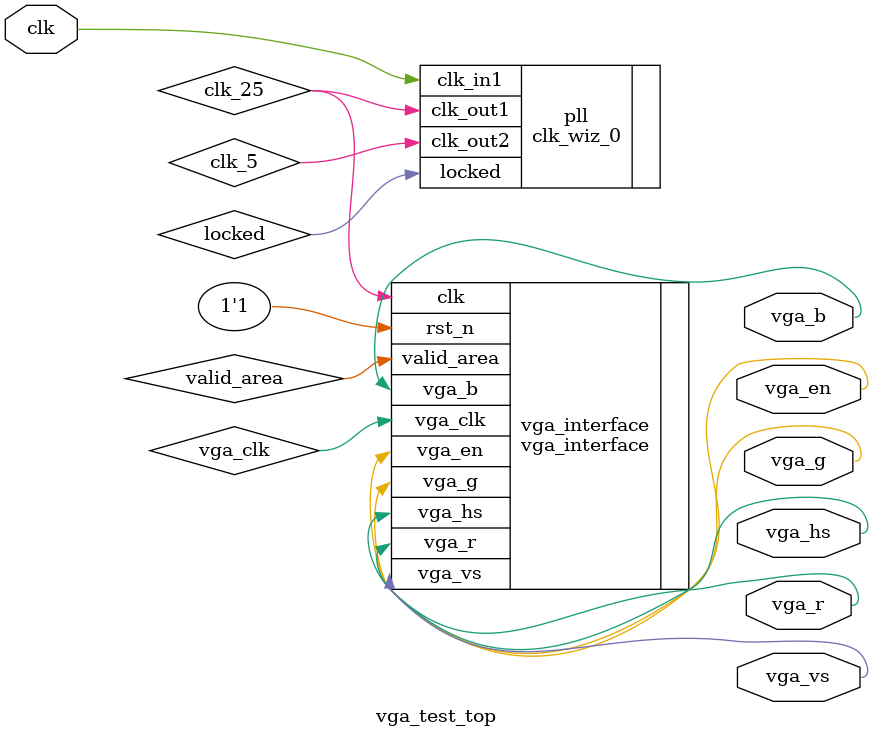
<source format=v>
`timescale 1ns / 1ps

module vga_test_top(
/*input sys_clk_p,
input sys_clk_n,*/
input clk,
//input rst_n,
output vga_hs,
output vga_vs,
//output vga_clk,
output vga_en,
output [0:0] vga_r,
output [0:0] vga_g,
output [0:0] vga_b
//output  wire            ddc_scl     ,
//output  wire            ddc_sda     ,
//output  wire            tmds_clk_p  ,
//output  wire            tmds_clk_n  ,   //HDMI时钟差分信号
//output  wire    [2:0]   tmds_data_p ,
//output  wire    [2:0]   tmds_data_n     //HDMI图像差分信号 
);

wire clk_25;
wire sys_clk_ibufg;
wire locked;
wire valid_area;

/*IBUFGDS #
(
.DIFF_TERM ("FALSE"),
.IBUF_LOW_PWR ("FALSE")
)*/

/*u_ibufg_sys_clk
(
.I (sys_clk_p),
.IB (sys_clk_n),
.O (sys_clk_ibufg)
);*/

clk_wiz_0 pll
(
// Clock out ports
.clk_out1(clk_25), // output clk_out1
.clk_out2(clk_5),
// Status and control signals
//.reset(rst_n), // input resetn
.locked(locked), // output locked
// Clock in ports
.clk_in1(clk)); // input clk_in1

vga_interface#(.DATA_W(8))
vga_interface
(
.clk (clk_25) ,//65MHz
.rst_n (1'b1) ,
.vga_clk (vga_clk) ,
.vga_en (vga_en) ,
.valid_area(valid_area),
.vga_r (vga_r) ,
.vga_g (vga_g) ,
.vga_b (vga_b) ,
.vga_hs (vga_hs) ,
.vga_vs (vga_vs)
);

/*hdmi_ctrl U3(
    .clk_1x      (clk_25           ),   //输入系统时钟.
    .clk_5x      (clk_5            ),   //输入5倍系统时钟
    .sys_rst_n   (locked             ),   //复位信号,低有效
    .rgb_blue    ({vga_b,7'b0}   ),   //蓝色分量
    .rgb_green   ({vga_g,7'b0} ),   //绿色分量
    .rgb_red     ({vga_r,7'b0} ),   //红色分量
    .hsync       (vga_hs             ),   //行同步信号
    .vsync       (vga_vs             ),   //场同步信号
    .de          (valid_area        ),   //使能信号
    .hdmi_clk_p  (tmds_clk_p        ),
    .hdmi_clk_n  (tmds_clk_n        ),   //时钟差分信号
    .hdmi_r_p    (tmds_data_p[2]    ),
    .hdmi_r_n    (tmds_data_n[2]    ),   //红色分量差分信号
    .hdmi_g_p    (tmds_data_p[1]    ),
    .hdmi_g_n    (tmds_data_n[1]    ),   //绿色分量差分信号
    .hdmi_b_p    (tmds_data_p[0]    ),
    .hdmi_b_n    (tmds_data_n[0]    )    //蓝色分量差分信号
);
*/

endmodule
</source>
